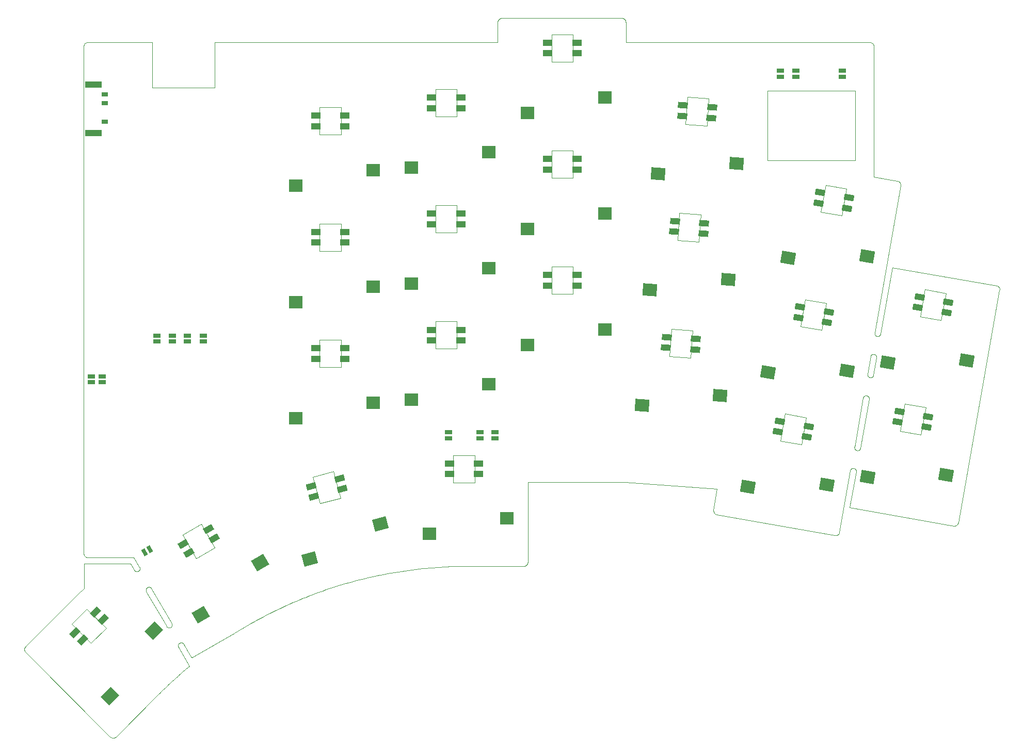
<source format=gbp>
%TF.GenerationSoftware,KiCad,Pcbnew,(6.0.4)*%
%TF.CreationDate,2022-06-21T22:08:17+02:00*%
%TF.ProjectId,klor1_3,6b6c6f72-315f-4332-9e6b-696361645f70,v1.3.0*%
%TF.SameCoordinates,Original*%
%TF.FileFunction,Paste,Bot*%
%TF.FilePolarity,Positive*%
%FSLAX46Y46*%
G04 Gerber Fmt 4.6, Leading zero omitted, Abs format (unit mm)*
G04 Created by KiCad (PCBNEW (6.0.4)) date 2022-06-21 22:08:17*
%MOMM*%
%LPD*%
G01*
G04 APERTURE LIST*
G04 Aperture macros list*
%AMRotRect*
0 Rectangle, with rotation*
0 The origin of the aperture is its center*
0 $1 length*
0 $2 width*
0 $3 Rotation angle, in degrees counterclockwise*
0 Add horizontal line*
21,1,$1,$2,0,0,$3*%
G04 Aperture macros list end*
%TA.AperFunction,Profile*%
%ADD10C,0.010000*%
%TD*%
%ADD11C,0.010000*%
%TA.AperFunction,Profile*%
%ADD12C,0.100000*%
%TD*%
%TA.AperFunction,Profile*%
%ADD13C,0.120000*%
%TD*%
%ADD14RotRect,1.600000X1.000000X225.000000*%
%ADD15RotRect,2.300000X2.000000X45.000000*%
%ADD16R,1.600000X1.000000*%
%ADD17R,2.300000X2.000000*%
%ADD18RotRect,1.600000X1.000000X176.000000*%
%ADD19RotRect,2.300000X2.000000X356.000000*%
%ADD20RotRect,1.600000X1.000000X195.000000*%
%ADD21RotRect,2.300000X2.000000X15.000000*%
%ADD22RotRect,1.600000X1.000000X170.000000*%
%ADD23RotRect,2.300000X2.000000X350.000000*%
%ADD24RotRect,1.600000X1.000000X210.000000*%
%ADD25RotRect,2.300000X2.000000X30.000000*%
%ADD26R,1.000000X0.700000*%
%ADD27R,2.800000X1.000000*%
%ADD28R,1.143000X0.635000*%
%ADD29RotRect,0.635000X1.143000X210.000000*%
G04 APERTURE END LIST*
D10*
X94205130Y-149048326D02*
X90890813Y-143336419D01*
X213273752Y-90131044D02*
X211334523Y-101025982D01*
D11*
X95051339Y-148554706D02*
X95063942Y-148574840D01*
X95075312Y-148595542D01*
X95085456Y-148616761D01*
X95094379Y-148638445D01*
X95102089Y-148660542D01*
X95108591Y-148683001D01*
X95113893Y-148705769D01*
X95118000Y-148728796D01*
X95120920Y-148752029D01*
X95122657Y-148775417D01*
X95123220Y-148798909D01*
X95122614Y-148822452D01*
X95120847Y-148845995D01*
X95117923Y-148869486D01*
X95113850Y-148892874D01*
X95108635Y-148916108D01*
X95102283Y-148939134D01*
X95094802Y-148961902D01*
X95086197Y-148984361D01*
X95076475Y-149006458D01*
X95065643Y-149028141D01*
X95053707Y-149049360D01*
X95040673Y-149070063D01*
X95026549Y-149090197D01*
X95011339Y-149109711D01*
X94995052Y-149128554D01*
X94977692Y-149146674D01*
X94959268Y-149164019D01*
X94939785Y-149180538D01*
X94919249Y-149196179D01*
X94897667Y-149210890D01*
X94875047Y-149224620D01*
D10*
X210241503Y-75251875D02*
X210241503Y-53885104D01*
X91842797Y-60619514D02*
X91842797Y-53144670D01*
D11*
X152769828Y-139175891D02*
X152805974Y-139174968D01*
X152841662Y-139172232D01*
X152876846Y-139167727D01*
X152911482Y-139161498D01*
X152945523Y-139153590D01*
X152978926Y-139144049D01*
X153011644Y-139132920D01*
X153043632Y-139120248D01*
X153074846Y-139106078D01*
X153105240Y-139090455D01*
X153134769Y-139073425D01*
X153163388Y-139055033D01*
X153191051Y-139035324D01*
X153217713Y-139014343D01*
X153243330Y-138992135D01*
X153267855Y-138968746D01*
X153291244Y-138944220D01*
X153313452Y-138918604D01*
X153334433Y-138891941D01*
X153354142Y-138864278D01*
X153372534Y-138835660D01*
X153389564Y-138806131D01*
X153405187Y-138775737D01*
X153419357Y-138744523D01*
X153432029Y-138712534D01*
X153443158Y-138679816D01*
X153452699Y-138646414D01*
X153460607Y-138612372D01*
X153466836Y-138577736D01*
X153471341Y-138542552D01*
X153474077Y-138506864D01*
X153475000Y-138470718D01*
X230832582Y-93903724D02*
X230844676Y-93867575D01*
X230854550Y-93831872D01*
X230862254Y-93796647D01*
X230867841Y-93761932D01*
X230871361Y-93727759D01*
X230872868Y-93694161D01*
X230872412Y-93661169D01*
X230870045Y-93628817D01*
X230865818Y-93597136D01*
X230859784Y-93566159D01*
X230851994Y-93535918D01*
X230842499Y-93506445D01*
X230831351Y-93477772D01*
X230818603Y-93449933D01*
X230804305Y-93422958D01*
X230788509Y-93396881D01*
X230771267Y-93371734D01*
X230752631Y-93347548D01*
X230732651Y-93324357D01*
X230711381Y-93302192D01*
X230688871Y-93281086D01*
X230665173Y-93261071D01*
X230640338Y-93242179D01*
X230614419Y-93224443D01*
X230587467Y-93207895D01*
X230559534Y-93192567D01*
X230530671Y-93178492D01*
X230500930Y-93165701D01*
X230470363Y-93154228D01*
X230439021Y-93144103D01*
X230406956Y-93135360D01*
X230374220Y-93128032D01*
D10*
X148538783Y-53144670D02*
X102103080Y-53144670D01*
D11*
X105170585Y-150282382D02*
X105240102Y-150236208D01*
X105309820Y-150190240D01*
X105379732Y-150144480D01*
X105449831Y-150098926D01*
X105520111Y-150053578D01*
X105590565Y-150008437D01*
X105661187Y-149963503D01*
X105731970Y-149918775D01*
X105802908Y-149874254D01*
X105873995Y-149829940D01*
X105945223Y-149785832D01*
X106016588Y-149741931D01*
X106088081Y-149698236D01*
X106159697Y-149654748D01*
X106231429Y-149611466D01*
X106303271Y-149568392D01*
X106375217Y-149525523D01*
X106447259Y-149482862D01*
X106519391Y-149440406D01*
X106591608Y-149398158D01*
X106663901Y-149356116D01*
X106736266Y-149314281D01*
X106808696Y-149272652D01*
X106881183Y-149231230D01*
X106953722Y-149190015D01*
X107026307Y-149149006D01*
X107098930Y-149108204D01*
X107171585Y-149067608D01*
X107244266Y-149027219D01*
X107316966Y-148987037D01*
X107389680Y-148947061D01*
X107462400Y-148907292D01*
D10*
X214084700Y-75921789D02*
X210241503Y-75251875D01*
D11*
X206927186Y-123097926D02*
X206953315Y-123101945D01*
X206978800Y-123107360D01*
X207003612Y-123114117D01*
X207027728Y-123122166D01*
X207051120Y-123131454D01*
X207073764Y-123141930D01*
X207095633Y-123153542D01*
X207116701Y-123166239D01*
X207136943Y-123179969D01*
X207156333Y-123194680D01*
X207174844Y-123210321D01*
X207192452Y-123226840D01*
X207209130Y-123244185D01*
X207224853Y-123262305D01*
X207239594Y-123281148D01*
X207253328Y-123300663D01*
X207266029Y-123320797D01*
X207277672Y-123341499D01*
X207288229Y-123362718D01*
X207297677Y-123384402D01*
X207305988Y-123406499D01*
X207313137Y-123428958D01*
X207319098Y-123451726D01*
X207323845Y-123474753D01*
X207327353Y-123497986D01*
X207329595Y-123521374D01*
X207330547Y-123544865D01*
X207330181Y-123568409D01*
X207328472Y-123591952D01*
X207325395Y-123615443D01*
X207320923Y-123638831D01*
X207315031Y-123662065D01*
X81370965Y-53144670D02*
X81331615Y-53145592D01*
X81292924Y-53148328D01*
X81254930Y-53152833D01*
X81217672Y-53159062D01*
X81181189Y-53166970D01*
X81145520Y-53176511D01*
X81110702Y-53187640D01*
X81076776Y-53200313D01*
X81043779Y-53214483D01*
X81011750Y-53230105D01*
X80980729Y-53247135D01*
X80950754Y-53265528D01*
X80921863Y-53285237D01*
X80894095Y-53306218D01*
X80867490Y-53328426D01*
X80842085Y-53351816D01*
X80817920Y-53376341D01*
X80795034Y-53401958D01*
X80773464Y-53428620D01*
X80753250Y-53456283D01*
X80734431Y-53484902D01*
X80717045Y-53514431D01*
X80701130Y-53544825D01*
X80686727Y-53576039D01*
X80673873Y-53608028D01*
X80662607Y-53640746D01*
X80652968Y-53674149D01*
X80644995Y-53708190D01*
X80638726Y-53742826D01*
X80634201Y-53778010D01*
X80631457Y-53813698D01*
X80630534Y-53849845D01*
D10*
X91842797Y-53144670D02*
X82287690Y-53144670D01*
D11*
X92794784Y-160295850D02*
X92950349Y-160140699D01*
X93106327Y-159985968D01*
X93262718Y-159831663D01*
X93419523Y-159677790D01*
X93576741Y-159524357D01*
X93734372Y-159371369D01*
X93892416Y-159218832D01*
X94050874Y-159066755D01*
X94209744Y-158915142D01*
X94369028Y-158764000D01*
X94528725Y-158613336D01*
X94688835Y-158463156D01*
X94849359Y-158313467D01*
X95010295Y-158164275D01*
X95171645Y-158015587D01*
X95333408Y-157867408D01*
X95495585Y-157719746D01*
X95658174Y-157572607D01*
X95821177Y-157425998D01*
X95984593Y-157279924D01*
X96148422Y-157134393D01*
X96312664Y-156989410D01*
X96477319Y-156844982D01*
X96642388Y-156701117D01*
X96807870Y-156557819D01*
X96973765Y-156415096D01*
X97140073Y-156272954D01*
X97306795Y-156131399D01*
X97473929Y-155990439D01*
X97641477Y-155850079D01*
X97809438Y-155710325D01*
X97977813Y-155571186D01*
X84967353Y-167171297D02*
X84994201Y-167196914D01*
X85021824Y-167220879D01*
X85050171Y-167243191D01*
X85079189Y-167263851D01*
X85108826Y-167282857D01*
X85139032Y-167300211D01*
X85169754Y-167315912D01*
X85200941Y-167329961D01*
X85232542Y-167342357D01*
X85264503Y-167353099D01*
X85296775Y-167362190D01*
X85329305Y-167369627D01*
X85362041Y-167375412D01*
X85394933Y-167379543D01*
X85427928Y-167382023D01*
X85460974Y-167382849D01*
X85494020Y-167382023D01*
X85527015Y-167379543D01*
X85559907Y-167375412D01*
X85592643Y-167369627D01*
X85625173Y-167362190D01*
X85657445Y-167353099D01*
X85689406Y-167342357D01*
X85721007Y-167329961D01*
X85752194Y-167315912D01*
X85782916Y-167300211D01*
X85813122Y-167282857D01*
X85842759Y-167263851D01*
X85871777Y-167243191D01*
X85900124Y-167220879D01*
X85927747Y-167196914D01*
X85954596Y-167171297D01*
D10*
X98400916Y-154196096D02*
X105170585Y-150282382D01*
D11*
X96179617Y-152468420D02*
X96167013Y-152445183D01*
X96155643Y-152421772D01*
X96145500Y-152398219D01*
X96136577Y-152374557D01*
X96128867Y-152350817D01*
X96122365Y-152327031D01*
X96117063Y-152303233D01*
X96112956Y-152279454D01*
X96110037Y-152255727D01*
X96108299Y-152232084D01*
X96107737Y-152208557D01*
X96108343Y-152185179D01*
X96110110Y-152161981D01*
X96113034Y-152138996D01*
X96117107Y-152116257D01*
X96122322Y-152093795D01*
X96128674Y-152071643D01*
X96136155Y-152049834D01*
X96144760Y-152028399D01*
X96154482Y-152007370D01*
X96165314Y-151986781D01*
X96177250Y-151966663D01*
X96190284Y-151947048D01*
X96204409Y-151927970D01*
X96219618Y-151909459D01*
X96235906Y-151891549D01*
X96253265Y-151874271D01*
X96271690Y-151857659D01*
X96291173Y-151841744D01*
X96311709Y-151826558D01*
X96333290Y-151812134D01*
X96355912Y-151798505D01*
D10*
X209219002Y-107619357D02*
X209712622Y-104763404D01*
X169447190Y-125425000D02*
X184537912Y-126482762D01*
D11*
X214613581Y-76697481D02*
X214619168Y-76664434D01*
X214622748Y-76631439D01*
X214624378Y-76598548D01*
X214624117Y-76565812D01*
X214622022Y-76533282D01*
X214618151Y-76501010D01*
X214612563Y-76469048D01*
X214605316Y-76437448D01*
X214596468Y-76406261D01*
X214586077Y-76375538D01*
X214574201Y-76345333D01*
X214560899Y-76315695D01*
X214546227Y-76286677D01*
X214530245Y-76258331D01*
X214513011Y-76230707D01*
X214494582Y-76203859D01*
X214475017Y-76177836D01*
X214454373Y-76152692D01*
X214432710Y-76128477D01*
X214410085Y-76105244D01*
X214386556Y-76083044D01*
X214362181Y-76061928D01*
X214337018Y-76041949D01*
X214311126Y-76023157D01*
X214284563Y-76005605D01*
X214257386Y-75989345D01*
X214229654Y-75974427D01*
X214201425Y-75960904D01*
X214172757Y-75948826D01*
X214143708Y-75938247D01*
X214114336Y-75929217D01*
X214084700Y-75921789D01*
D10*
X210664609Y-104939696D02*
X210170986Y-107795651D01*
X88316928Y-138752788D02*
X80665792Y-138752788D01*
X97977813Y-155571186D02*
X96179617Y-152468420D01*
D11*
X97025826Y-151974800D02*
X97037756Y-151995476D01*
X97052147Y-152020412D01*
X97071689Y-152054269D01*
X97096035Y-152096442D01*
X97124836Y-152146324D01*
X97157742Y-152203307D01*
X97194406Y-152266785D01*
X97234479Y-152336151D01*
X97277612Y-152410798D01*
X97323457Y-152490120D01*
X97371664Y-152573508D01*
X97421886Y-152660357D01*
X97473773Y-152750060D01*
X97526978Y-152842009D01*
X97581151Y-152935598D01*
X97635943Y-153030220D01*
X97691007Y-153125269D01*
X97745993Y-153220136D01*
X97800554Y-153314216D01*
X97854339Y-153406901D01*
X97907001Y-153497585D01*
X97958192Y-153585661D01*
X98007561Y-153670521D01*
X98054761Y-153751560D01*
X98099444Y-153828170D01*
X98141260Y-153899744D01*
X98179861Y-153965675D01*
X98214898Y-154025357D01*
X98246023Y-154078183D01*
X98272886Y-154123545D01*
X98295141Y-154160838D01*
X208478568Y-111568332D02*
X208482587Y-111542202D01*
X208488002Y-111516717D01*
X208494759Y-111491905D01*
X208502808Y-111467789D01*
X208512096Y-111444397D01*
X208522572Y-111421753D01*
X208534184Y-111399884D01*
X208546881Y-111378816D01*
X208560611Y-111358574D01*
X208575322Y-111339184D01*
X208590963Y-111320673D01*
X208607482Y-111303065D01*
X208624827Y-111286387D01*
X208642947Y-111270664D01*
X208661790Y-111255923D01*
X208681305Y-111242189D01*
X208701439Y-111229488D01*
X208722142Y-111217845D01*
X208743361Y-111207288D01*
X208765044Y-111197840D01*
X208787141Y-111189529D01*
X208809600Y-111182380D01*
X208832368Y-111176419D01*
X208855395Y-111171672D01*
X208878628Y-111168164D01*
X208902016Y-111165922D01*
X208925507Y-111164970D01*
X208949051Y-111165336D01*
X208972594Y-111167045D01*
X208996085Y-111170122D01*
X209019473Y-111174594D01*
X209042707Y-111180487D01*
D10*
X209501072Y-53144670D02*
X208549085Y-53144670D01*
D11*
X210770384Y-101413827D02*
X210744254Y-101409807D01*
X210718769Y-101404392D01*
X210693957Y-101397635D01*
X210669841Y-101389586D01*
X210646448Y-101380298D01*
X210623805Y-101369822D01*
X210601936Y-101358210D01*
X210580868Y-101345513D01*
X210560626Y-101331783D01*
X210541236Y-101317072D01*
X210522724Y-101301431D01*
X210505116Y-101284912D01*
X210488438Y-101267567D01*
X210472716Y-101249447D01*
X210457974Y-101230604D01*
X210444240Y-101211089D01*
X210431539Y-101190955D01*
X210419896Y-101170253D01*
X210409339Y-101149034D01*
X210399891Y-101127350D01*
X210391580Y-101105253D01*
X210384431Y-101082794D01*
X210378470Y-101060026D01*
X210373723Y-101036999D01*
X210370215Y-101013766D01*
X210367973Y-100990378D01*
X210367022Y-100966887D01*
X210367388Y-100943343D01*
X210369097Y-100919800D01*
X210372174Y-100896309D01*
X210376646Y-100872921D01*
X210382539Y-100849688D01*
X80630534Y-137060370D02*
X80631456Y-137096516D01*
X80634192Y-137132204D01*
X80638697Y-137167388D01*
X80644926Y-137202024D01*
X80652834Y-137236065D01*
X80662375Y-137269468D01*
X80673504Y-137302186D01*
X80686176Y-137334175D01*
X80700346Y-137365389D01*
X80715969Y-137395783D01*
X80732999Y-137425312D01*
X80751391Y-137453931D01*
X80771100Y-137481594D01*
X80792081Y-137508256D01*
X80814289Y-137533873D01*
X80837678Y-137558399D01*
X80862203Y-137581788D01*
X80887820Y-137603996D01*
X80914482Y-137624977D01*
X80942145Y-137644686D01*
X80970764Y-137663079D01*
X81000293Y-137680109D01*
X81030687Y-137695731D01*
X81061901Y-137709901D01*
X81093889Y-137722574D01*
X81126607Y-137733703D01*
X81160010Y-137743244D01*
X81194051Y-137751152D01*
X81228687Y-137757381D01*
X81263871Y-137761886D01*
X81299559Y-137764622D01*
X81335706Y-137765545D01*
D10*
X80630534Y-53849845D02*
X80630534Y-137060370D01*
D11*
X90890813Y-143336419D02*
X90878209Y-143313182D01*
X90866839Y-143289771D01*
X90856696Y-143266218D01*
X90847773Y-143242556D01*
X90840063Y-143218816D01*
X90833561Y-143195030D01*
X90828260Y-143171232D01*
X90824153Y-143147453D01*
X90821233Y-143123726D01*
X90819496Y-143100083D01*
X90818933Y-143076556D01*
X90819539Y-143053177D01*
X90821307Y-143029980D01*
X90824230Y-143006995D01*
X90828303Y-142984256D01*
X90833519Y-142961794D01*
X90839870Y-142939642D01*
X90847352Y-142917832D01*
X90855957Y-142896397D01*
X90865678Y-142875369D01*
X90876511Y-142854779D01*
X90888447Y-142834661D01*
X90901480Y-142815046D01*
X90915605Y-142795968D01*
X90930815Y-142777457D01*
X90947102Y-142759547D01*
X90964461Y-142742269D01*
X90982886Y-142725657D01*
X91002369Y-142709741D01*
X91022905Y-142694555D01*
X91044487Y-142680131D01*
X91067108Y-142666502D01*
D10*
X77986130Y-145451940D02*
X71110685Y-152327386D01*
X148538783Y-49865612D02*
X148538783Y-53144670D01*
D11*
X183938514Y-129973373D02*
X183936028Y-130006318D01*
X183935156Y-130039018D01*
X183935860Y-130071433D01*
X183938101Y-130103526D01*
X183941839Y-130135258D01*
X183947036Y-130166589D01*
X183953653Y-130197481D01*
X183961652Y-130227896D01*
X183970994Y-130257794D01*
X183981640Y-130287136D01*
X183993552Y-130315885D01*
X184006690Y-130344001D01*
X184021016Y-130371446D01*
X184036491Y-130398180D01*
X184053077Y-130424166D01*
X184070734Y-130449364D01*
X184089425Y-130473735D01*
X184109109Y-130497242D01*
X184129749Y-130519845D01*
X184151306Y-130541505D01*
X184173741Y-130562183D01*
X184197015Y-130581842D01*
X184221089Y-130600442D01*
X184245926Y-130617944D01*
X184271485Y-130634310D01*
X184297729Y-130649501D01*
X184324619Y-130663479D01*
X184352115Y-130676204D01*
X184380180Y-130687637D01*
X184408774Y-130697741D01*
X184437858Y-130706476D01*
X184467395Y-130713804D01*
D10*
X169552968Y-53144670D02*
X169552968Y-49865612D01*
D12*
X192800000Y-61150000D02*
X207200000Y-61150000D01*
X207200000Y-61150000D02*
X207200000Y-72550000D01*
X207200000Y-72550000D02*
X192800000Y-72550000D01*
X192800000Y-72550000D02*
X192800000Y-61150000D01*
D11*
X209042707Y-111180487D02*
X209068836Y-111184506D01*
X209094321Y-111189921D01*
X209119133Y-111196678D01*
X209143249Y-111204727D01*
X209166642Y-111214015D01*
X209189285Y-111224491D01*
X209211154Y-111236103D01*
X209232222Y-111248800D01*
X209252464Y-111262530D01*
X209271854Y-111277241D01*
X209290366Y-111292882D01*
X209307974Y-111309401D01*
X209324652Y-111326746D01*
X209340375Y-111344866D01*
X209355116Y-111363709D01*
X209368850Y-111383224D01*
X209381551Y-111403358D01*
X209393194Y-111424060D01*
X209403752Y-111445279D01*
X209413199Y-111466963D01*
X209421510Y-111489060D01*
X209428659Y-111511519D01*
X209434620Y-111534287D01*
X209439367Y-111557314D01*
X209442875Y-111580547D01*
X209445117Y-111603935D01*
X209446069Y-111627426D01*
X209445703Y-111650970D01*
X209443994Y-111674513D01*
X209440916Y-111698004D01*
X209436444Y-111721392D01*
X209430552Y-111744626D01*
D10*
X207068220Y-119607315D02*
X208478568Y-111568332D01*
X85954596Y-167171297D02*
X92794784Y-160295850D01*
D11*
X210241503Y-53885104D02*
X210240579Y-53845854D01*
X210237835Y-53807450D01*
X210233310Y-53769912D01*
X210227041Y-53733257D01*
X210219068Y-53697507D01*
X210209429Y-53662680D01*
X210198163Y-53628795D01*
X210185309Y-53595873D01*
X210170906Y-53563931D01*
X210154991Y-53532991D01*
X210137605Y-53503070D01*
X210118786Y-53474189D01*
X210098572Y-53446367D01*
X210077002Y-53419622D01*
X210054116Y-53393976D01*
X210029951Y-53369446D01*
X210004546Y-53346052D01*
X209977941Y-53323814D01*
X209950173Y-53302751D01*
X209921282Y-53282883D01*
X209891307Y-53264228D01*
X209860286Y-53246806D01*
X209828257Y-53230637D01*
X209795260Y-53215739D01*
X209761334Y-53202133D01*
X209726516Y-53189837D01*
X209690847Y-53178871D01*
X209654364Y-53169255D01*
X209617106Y-53161007D01*
X209579112Y-53154147D01*
X209540421Y-53148695D01*
X209501072Y-53144670D01*
D10*
X204600113Y-133605017D02*
X206363047Y-123485771D01*
D11*
X210170986Y-107795651D02*
X210166966Y-107821780D01*
X210161551Y-107847265D01*
X210154794Y-107872077D01*
X210146745Y-107896193D01*
X210137457Y-107919586D01*
X210126981Y-107942229D01*
X210115369Y-107964098D01*
X210102672Y-107985166D01*
X210088942Y-108005408D01*
X210074231Y-108024798D01*
X210058590Y-108043310D01*
X210042071Y-108060918D01*
X210024726Y-108077596D01*
X210006606Y-108093318D01*
X209987763Y-108108060D01*
X209968248Y-108121794D01*
X209948114Y-108134495D01*
X209927412Y-108146138D01*
X209906193Y-108156695D01*
X209884509Y-108166143D01*
X209862412Y-108174454D01*
X209839953Y-108181603D01*
X209817185Y-108187564D01*
X209794158Y-108192311D01*
X209770925Y-108195819D01*
X209747537Y-108198061D01*
X209724046Y-108199012D01*
X209700502Y-108198646D01*
X209676959Y-108196937D01*
X209653468Y-108193860D01*
X209630080Y-108189388D01*
X209606847Y-108183496D01*
X94875047Y-149224620D02*
X94851810Y-149237223D01*
X94828399Y-149248593D01*
X94804846Y-149258737D01*
X94781184Y-149267660D01*
X94757444Y-149275370D01*
X94733659Y-149281872D01*
X94709861Y-149287174D01*
X94686082Y-149291281D01*
X94662355Y-149294200D01*
X94638711Y-149295938D01*
X94615184Y-149296501D01*
X94591806Y-149295895D01*
X94568608Y-149294127D01*
X94545624Y-149291203D01*
X94522884Y-149287131D01*
X94500422Y-149281915D01*
X94478271Y-149275563D01*
X94456461Y-149268082D01*
X94435026Y-149259477D01*
X94413997Y-149249755D01*
X94393407Y-149238923D01*
X94373289Y-149226987D01*
X94353675Y-149213953D01*
X94334596Y-149199828D01*
X94316085Y-149184619D01*
X94298175Y-149168331D01*
X94280897Y-149150972D01*
X94264285Y-149132547D01*
X94248369Y-149113064D01*
X94233183Y-149092528D01*
X94218759Y-149070946D01*
X94205130Y-149048326D01*
D10*
X102103080Y-53144670D02*
X102103080Y-60619514D01*
X153475000Y-125425000D02*
X169447190Y-125425000D01*
X142967909Y-139175891D02*
X152769828Y-139175891D01*
D11*
X209712622Y-104763404D02*
X209716641Y-104737274D01*
X209722056Y-104711790D01*
X209728813Y-104686977D01*
X209736862Y-104662861D01*
X209746150Y-104639469D01*
X209756626Y-104616825D01*
X209768238Y-104594956D01*
X209780935Y-104573888D01*
X209794665Y-104553646D01*
X209809376Y-104534256D01*
X209825017Y-104515745D01*
X209841536Y-104498137D01*
X209858881Y-104481459D01*
X209877001Y-104465736D01*
X209895844Y-104450995D01*
X209915359Y-104437260D01*
X209935493Y-104424559D01*
X209956195Y-104412916D01*
X209977414Y-104402359D01*
X209999098Y-104392911D01*
X210021195Y-104384600D01*
X210043654Y-104377451D01*
X210066422Y-104371490D01*
X210089449Y-104366742D01*
X210112682Y-104363234D01*
X210136070Y-104360992D01*
X210159561Y-104360041D01*
X210183105Y-104360406D01*
X210206648Y-104362115D01*
X210230139Y-104365192D01*
X210253527Y-104369664D01*
X210276761Y-104375557D01*
D10*
X224098171Y-131983119D02*
X230832582Y-93903724D01*
D11*
X96355912Y-151798505D02*
X96379148Y-151785901D01*
X96402559Y-151774531D01*
X96426112Y-151764388D01*
X96449774Y-151755465D01*
X96473514Y-151747755D01*
X96497299Y-151741253D01*
X96521097Y-151735952D01*
X96544876Y-151731845D01*
X96568603Y-151728925D01*
X96592246Y-151727188D01*
X96615773Y-151726625D01*
X96639152Y-151727231D01*
X96662350Y-151728999D01*
X96685334Y-151731922D01*
X96708074Y-151735995D01*
X96730535Y-151741211D01*
X96752687Y-151747562D01*
X96774497Y-151755044D01*
X96795932Y-151763649D01*
X96816960Y-151773370D01*
X96837550Y-151784203D01*
X96857668Y-151796139D01*
X96877282Y-151809172D01*
X96896361Y-151823297D01*
X96914871Y-151838507D01*
X96932782Y-151854794D01*
X96950059Y-151872153D01*
X96966671Y-151890578D01*
X96982586Y-151910061D01*
X96997772Y-151930597D01*
X97012196Y-151952179D01*
X97025826Y-151974800D01*
D10*
X214014183Y-80117575D02*
X214613581Y-76697481D01*
X184467395Y-130713804D02*
X203824420Y-134133898D01*
D11*
X203824420Y-134133898D02*
X203857466Y-134139585D01*
X203890461Y-134143452D01*
X203923352Y-134145538D01*
X203956089Y-134145880D01*
X203988619Y-134144518D01*
X204020890Y-134141490D01*
X204052852Y-134136835D01*
X204084452Y-134130592D01*
X204115639Y-134122799D01*
X204146362Y-134113496D01*
X204176567Y-134102721D01*
X204206205Y-134090512D01*
X204235223Y-134076909D01*
X204263569Y-134061951D01*
X204291193Y-134045675D01*
X204318041Y-134028121D01*
X204344063Y-134009327D01*
X204369208Y-133989333D01*
X204393422Y-133968176D01*
X204416655Y-133945897D01*
X204438856Y-133922532D01*
X204459971Y-133898122D01*
X204479951Y-133872704D01*
X204498742Y-133846318D01*
X204516294Y-133819003D01*
X204532555Y-133790796D01*
X204547473Y-133761737D01*
X204560997Y-133731865D01*
X204573074Y-133701218D01*
X204583653Y-133669835D01*
X204592683Y-133637755D01*
X204600113Y-133605017D01*
X149208697Y-49195697D02*
X149175753Y-49196618D01*
X149143069Y-49199346D01*
X149110694Y-49203831D01*
X149078680Y-49210020D01*
X149047080Y-49217862D01*
X149015945Y-49227305D01*
X148985326Y-49238298D01*
X148955275Y-49250788D01*
X148925844Y-49264725D01*
X148897085Y-49280056D01*
X148869048Y-49296729D01*
X148841787Y-49314695D01*
X148815351Y-49333899D01*
X148789794Y-49354292D01*
X148765166Y-49375820D01*
X148741520Y-49398434D01*
X148718906Y-49422080D01*
X148697378Y-49446708D01*
X148676985Y-49472265D01*
X148657780Y-49498701D01*
X148639815Y-49525963D01*
X148623142Y-49553999D01*
X148607811Y-49582759D01*
X148593874Y-49612190D01*
X148581384Y-49642240D01*
X148570391Y-49672859D01*
X148560948Y-49703995D01*
X148553106Y-49735595D01*
X148546917Y-49767609D01*
X148542432Y-49799983D01*
X148539704Y-49832668D01*
X148538783Y-49865612D01*
D10*
X230374220Y-93128032D02*
X213273752Y-90131044D01*
D11*
X71110685Y-152327386D02*
X71085067Y-152354234D01*
X71061102Y-152381857D01*
X71038790Y-152410204D01*
X71018130Y-152439222D01*
X70999124Y-152468859D01*
X70981770Y-152499065D01*
X70966069Y-152529787D01*
X70952020Y-152560974D01*
X70939624Y-152592575D01*
X70928882Y-152624536D01*
X70919791Y-152656808D01*
X70912354Y-152689338D01*
X70906569Y-152722074D01*
X70902438Y-152754966D01*
X70899958Y-152787961D01*
X70899132Y-152821007D01*
X70899958Y-152854053D01*
X70902438Y-152887048D01*
X70906569Y-152919940D01*
X70912354Y-152952676D01*
X70919791Y-152985206D01*
X70928882Y-153017478D01*
X70939624Y-153049439D01*
X70952020Y-153081040D01*
X70966069Y-153112227D01*
X70981770Y-153142949D01*
X70999124Y-153173155D01*
X71018130Y-153202792D01*
X71038790Y-153231810D01*
X71061102Y-153260157D01*
X71085067Y-153287780D01*
X71110685Y-153314629D01*
X89586243Y-139986841D02*
X89563006Y-139999444D01*
X89539595Y-140010814D01*
X89516042Y-140020958D01*
X89492380Y-140029881D01*
X89468640Y-140037591D01*
X89444855Y-140044093D01*
X89421057Y-140049395D01*
X89397278Y-140053502D01*
X89373551Y-140056421D01*
X89349907Y-140058159D01*
X89326380Y-140058722D01*
X89303002Y-140058116D01*
X89279804Y-140056348D01*
X89256820Y-140053425D01*
X89234080Y-140049352D01*
X89211618Y-140044136D01*
X89189467Y-140037785D01*
X89167657Y-140030303D01*
X89146222Y-140021698D01*
X89125193Y-140011977D01*
X89104603Y-140001144D01*
X89084485Y-139989208D01*
X89064871Y-139976175D01*
X89045792Y-139962050D01*
X89027281Y-139946841D01*
X89009371Y-139930553D01*
X88992093Y-139913194D01*
X88975481Y-139894769D01*
X88959565Y-139875286D01*
X88944379Y-139854751D01*
X88929955Y-139833169D01*
X88916326Y-139810549D01*
D10*
X88845809Y-137765545D02*
X89762535Y-139316927D01*
X88916326Y-139810549D02*
X88316928Y-138752788D01*
D11*
X107462400Y-148907292D02*
X107982580Y-148608666D01*
X108505105Y-148314419D01*
X109029837Y-148024587D01*
X109556642Y-147739210D01*
X110085384Y-147458326D01*
X110615927Y-147181974D01*
X111148136Y-146910193D01*
X111681874Y-146643022D01*
X112217007Y-146380499D01*
X112753400Y-146122664D01*
X113290915Y-145869554D01*
X113829418Y-145621208D01*
X114368774Y-145377666D01*
X114908846Y-145138966D01*
X115449499Y-144905147D01*
X115990597Y-144676248D01*
X116532006Y-144452306D01*
X117073589Y-144233362D01*
X117615210Y-144019453D01*
X118156735Y-143810619D01*
X118698027Y-143606898D01*
X119238951Y-143408329D01*
X119779372Y-143214950D01*
X120319153Y-143026801D01*
X120858160Y-142843920D01*
X121396257Y-142666346D01*
X121933307Y-142494118D01*
X122469176Y-142327274D01*
X123003728Y-142165853D01*
X123536828Y-142009894D01*
X124068339Y-141859436D01*
X124598127Y-141714517D01*
X206363047Y-123485771D02*
X206367066Y-123459641D01*
X206372481Y-123434156D01*
X206379238Y-123409344D01*
X206387287Y-123385228D01*
X206396575Y-123361836D01*
X206407051Y-123339192D01*
X206418663Y-123317323D01*
X206431360Y-123296255D01*
X206445090Y-123276013D01*
X206459801Y-123256623D01*
X206475442Y-123238112D01*
X206491961Y-123220504D01*
X206509306Y-123203826D01*
X206527426Y-123188103D01*
X206546269Y-123173362D01*
X206565784Y-123159628D01*
X206585918Y-123146927D01*
X206606621Y-123135284D01*
X206627840Y-123124727D01*
X206649523Y-123115279D01*
X206671620Y-123106968D01*
X206694079Y-123099819D01*
X206716847Y-123093858D01*
X206739874Y-123089111D01*
X206763107Y-123085603D01*
X206786495Y-123083361D01*
X206809986Y-123082409D01*
X206833530Y-123082775D01*
X206857073Y-123084484D01*
X206880564Y-123087561D01*
X206903952Y-123092033D01*
X206927186Y-123097926D01*
X124598127Y-141714517D02*
X125176986Y-141561534D01*
X125756568Y-141413303D01*
X126336770Y-141269823D01*
X126917488Y-141131095D01*
X127498620Y-140997119D01*
X128080061Y-140867895D01*
X128661709Y-140743422D01*
X129243461Y-140623701D01*
X129825212Y-140508731D01*
X130406860Y-140398514D01*
X130988301Y-140293047D01*
X131569433Y-140192333D01*
X132150151Y-140096370D01*
X132730353Y-140005159D01*
X133309935Y-139918700D01*
X133888794Y-139836992D01*
X134466826Y-139760036D01*
X135043929Y-139687831D01*
X135619999Y-139620378D01*
X136194933Y-139557677D01*
X136768627Y-139499727D01*
X137340978Y-139446529D01*
X137911883Y-139398083D01*
X138481239Y-139354389D01*
X139048942Y-139315446D01*
X139614889Y-139281254D01*
X140178976Y-139251815D01*
X140741101Y-139227126D01*
X141301160Y-139207190D01*
X141859050Y-139192005D01*
X142414667Y-139181572D01*
X142967909Y-139175891D01*
D10*
X209430552Y-111744626D02*
X208020204Y-119783607D01*
X80665792Y-138752788D02*
X80665792Y-142807538D01*
D11*
X209606847Y-108183496D02*
X209580717Y-108179476D01*
X209555232Y-108174061D01*
X209530420Y-108167304D01*
X209506304Y-108159255D01*
X209482911Y-108149967D01*
X209460268Y-108139491D01*
X209438399Y-108127879D01*
X209417331Y-108115182D01*
X209397089Y-108101452D01*
X209377699Y-108086741D01*
X209359187Y-108071100D01*
X209341579Y-108054581D01*
X209324901Y-108037236D01*
X209309179Y-108019116D01*
X209294437Y-108000273D01*
X209280703Y-107980758D01*
X209268002Y-107960624D01*
X209256359Y-107939922D01*
X209245802Y-107918703D01*
X209236354Y-107897019D01*
X209228043Y-107874922D01*
X209220894Y-107852463D01*
X209214933Y-107829695D01*
X209210186Y-107806668D01*
X209206678Y-107783435D01*
X209204436Y-107760047D01*
X209203485Y-107736556D01*
X209203851Y-107713012D01*
X209205560Y-107689469D01*
X209208637Y-107665978D01*
X209213109Y-107642590D01*
X209219002Y-107619357D01*
D10*
X82287690Y-53144670D02*
X81370965Y-53144670D01*
X71110685Y-153314629D02*
X84967353Y-167171297D01*
X210382539Y-100849688D02*
X214014183Y-80117575D01*
D11*
X91067108Y-142666502D02*
X91090344Y-142653898D01*
X91113755Y-142642528D01*
X91137307Y-142632385D01*
X91160970Y-142623461D01*
X91184710Y-142615752D01*
X91208495Y-142609249D01*
X91232293Y-142603948D01*
X91256072Y-142599841D01*
X91279799Y-142596922D01*
X91303442Y-142595184D01*
X91326969Y-142594621D01*
X91350347Y-142595227D01*
X91373545Y-142596995D01*
X91396529Y-142599918D01*
X91419269Y-142603991D01*
X91441730Y-142609207D01*
X91463882Y-142615558D01*
X91485691Y-142623040D01*
X91507127Y-142631645D01*
X91528155Y-142641366D01*
X91548744Y-142652199D01*
X91568862Y-142664135D01*
X91588477Y-142677168D01*
X91607556Y-142691293D01*
X91626066Y-142706503D01*
X91643976Y-142722790D01*
X91661254Y-142740149D01*
X91677866Y-142758574D01*
X91693782Y-142778057D01*
X91708968Y-142798593D01*
X91723392Y-142820175D01*
X91737022Y-142842796D01*
X169552968Y-49865612D02*
X169552046Y-49832668D01*
X169549318Y-49799983D01*
X169544833Y-49767609D01*
X169538644Y-49735595D01*
X169530802Y-49703995D01*
X169521359Y-49672859D01*
X169510366Y-49642240D01*
X169497876Y-49612190D01*
X169483939Y-49582759D01*
X169468608Y-49553999D01*
X169451934Y-49525963D01*
X169433969Y-49498701D01*
X169414765Y-49472265D01*
X169394372Y-49446708D01*
X169372843Y-49422080D01*
X169350230Y-49398434D01*
X169326583Y-49375820D01*
X169301956Y-49354292D01*
X169276398Y-49333899D01*
X169249963Y-49314695D01*
X169222701Y-49296729D01*
X169194664Y-49280056D01*
X169165905Y-49264725D01*
X169136474Y-49250788D01*
X169106423Y-49238298D01*
X169075804Y-49227305D01*
X169044668Y-49217862D01*
X169013068Y-49210020D01*
X168981054Y-49203831D01*
X168948679Y-49199346D01*
X168915994Y-49196618D01*
X168883051Y-49195697D01*
X208020204Y-119783607D02*
X208016184Y-119809736D01*
X208010769Y-119835221D01*
X208004012Y-119860033D01*
X207995963Y-119884149D01*
X207986675Y-119907542D01*
X207976199Y-119930185D01*
X207964587Y-119952054D01*
X207951890Y-119973122D01*
X207938160Y-119993364D01*
X207923449Y-120012754D01*
X207907808Y-120031266D01*
X207891289Y-120048874D01*
X207873944Y-120065552D01*
X207855824Y-120081275D01*
X207836981Y-120096016D01*
X207817466Y-120109750D01*
X207797332Y-120122452D01*
X207776630Y-120134094D01*
X207755411Y-120144652D01*
X207733727Y-120154099D01*
X207711630Y-120162411D01*
X207689171Y-120169560D01*
X207666403Y-120175521D01*
X207643376Y-120180268D01*
X207620143Y-120183776D01*
X207596755Y-120186019D01*
X207573264Y-120186970D01*
X207549720Y-120186604D01*
X207526177Y-120184896D01*
X207502686Y-120181818D01*
X207479298Y-120177347D01*
X207456065Y-120171455D01*
X223322479Y-132547258D02*
X223358627Y-132552944D01*
X223394330Y-132556804D01*
X223429556Y-132558869D01*
X223464271Y-132559171D01*
X223498444Y-132557743D01*
X223532043Y-132554617D01*
X223565034Y-132549826D01*
X223597387Y-132543401D01*
X223629068Y-132535375D01*
X223660045Y-132525780D01*
X223690286Y-132514648D01*
X223719760Y-132502013D01*
X223748432Y-132487905D01*
X223776272Y-132472358D01*
X223803246Y-132455403D01*
X223829323Y-132437073D01*
X223854471Y-132417401D01*
X223878656Y-132396417D01*
X223901847Y-132374156D01*
X223924012Y-132350648D01*
X223945118Y-132325927D01*
X223965133Y-132300024D01*
X223984024Y-132272972D01*
X224001760Y-132244803D01*
X224018308Y-132215550D01*
X224033636Y-132185244D01*
X224047711Y-132153918D01*
X224060502Y-132121605D01*
X224071975Y-132088336D01*
X224082099Y-132054143D01*
X224090842Y-132019060D01*
X224098171Y-131983119D01*
D10*
X91737022Y-142842796D02*
X95051339Y-148554706D01*
D11*
X210276761Y-104375557D02*
X210299688Y-104379576D01*
X210322177Y-104384991D01*
X210344201Y-104391748D01*
X210365734Y-104399797D01*
X210386750Y-104409085D01*
X210407225Y-104419561D01*
X210427131Y-104431173D01*
X210446443Y-104443870D01*
X210465136Y-104457600D01*
X210483183Y-104472311D01*
X210500558Y-104487952D01*
X210517236Y-104504471D01*
X210533192Y-104521816D01*
X210548398Y-104539936D01*
X210562829Y-104558779D01*
X210576460Y-104578294D01*
X210589265Y-104598428D01*
X210601217Y-104619130D01*
X210612292Y-104640349D01*
X210622462Y-104662033D01*
X210631703Y-104684130D01*
X210639989Y-104706589D01*
X210647293Y-104729357D01*
X210653590Y-104752384D01*
X210658853Y-104775617D01*
X210663059Y-104799005D01*
X210666179Y-104822496D01*
X210668189Y-104846040D01*
X210669063Y-104869583D01*
X210668775Y-104893074D01*
X210667298Y-104916462D01*
X210664609Y-104939696D01*
X80665792Y-142807538D02*
X80579851Y-142887073D01*
X80493923Y-142967002D01*
X80408020Y-143047306D01*
X80322157Y-143127965D01*
X80236345Y-143208959D01*
X80150598Y-143290270D01*
X80064928Y-143371878D01*
X79979349Y-143453763D01*
X79893872Y-143535907D01*
X79808512Y-143618289D01*
X79723282Y-143700892D01*
X79638193Y-143783694D01*
X79553259Y-143866677D01*
X79468493Y-143949821D01*
X79383908Y-144033107D01*
X79299516Y-144116516D01*
X79215331Y-144200029D01*
X79131366Y-144283625D01*
X79047633Y-144367286D01*
X78964145Y-144450992D01*
X78880916Y-144534724D01*
X78797957Y-144618462D01*
X78715283Y-144702187D01*
X78632906Y-144785881D01*
X78550839Y-144869522D01*
X78469094Y-144953092D01*
X78387686Y-145036573D01*
X78306625Y-145119943D01*
X78225927Y-145203184D01*
X78145603Y-145286277D01*
X78065666Y-145369202D01*
X77986130Y-145451940D01*
X207456065Y-120171455D02*
X207433037Y-120167435D01*
X207410261Y-120162020D01*
X207387782Y-120155263D01*
X207365646Y-120147214D01*
X207343897Y-120137926D01*
X207322580Y-120127450D01*
X207301741Y-120115838D01*
X207281425Y-120103141D01*
X207261677Y-120089411D01*
X207242542Y-120074700D01*
X207224066Y-120059059D01*
X207206294Y-120042540D01*
X207189270Y-120025195D01*
X207173041Y-120007074D01*
X207157650Y-119988231D01*
X207143145Y-119968717D01*
X207129569Y-119948583D01*
X207116968Y-119927880D01*
X207105386Y-119906661D01*
X207094871Y-119884977D01*
X207085465Y-119862880D01*
X207077215Y-119840422D01*
X207070166Y-119817654D01*
X207064363Y-119794627D01*
X207059852Y-119771394D01*
X207056676Y-119748005D01*
X207054883Y-119724514D01*
X207054516Y-119700971D01*
X207055621Y-119677428D01*
X207058243Y-119653936D01*
X207062427Y-119630548D01*
X207068220Y-119607315D01*
D10*
X208549085Y-53144670D02*
X169552968Y-53144670D01*
X102103080Y-60619514D02*
X91842797Y-60619514D01*
X81335706Y-137765545D02*
X88845809Y-137765545D01*
X206292528Y-129515009D02*
X223322479Y-132547258D01*
X168883051Y-49195697D02*
X149208697Y-49195697D01*
X153475000Y-138470718D02*
X153475000Y-125425000D01*
D11*
X89762535Y-139316927D02*
X89775138Y-139340163D01*
X89786508Y-139363574D01*
X89796652Y-139387127D01*
X89805575Y-139410789D01*
X89813285Y-139434529D01*
X89819787Y-139458314D01*
X89825089Y-139482112D01*
X89829196Y-139505891D01*
X89832115Y-139529618D01*
X89833853Y-139553261D01*
X89834416Y-139576788D01*
X89833810Y-139600167D01*
X89832042Y-139623365D01*
X89829119Y-139646349D01*
X89825046Y-139669089D01*
X89819830Y-139691550D01*
X89813479Y-139713702D01*
X89805997Y-139735512D01*
X89797392Y-139756947D01*
X89787671Y-139777975D01*
X89776838Y-139798565D01*
X89764902Y-139818683D01*
X89751869Y-139838297D01*
X89737744Y-139857376D01*
X89722535Y-139875886D01*
X89706247Y-139893797D01*
X89688888Y-139911074D01*
X89670463Y-139927686D01*
X89650980Y-139943601D01*
X89630445Y-139958787D01*
X89608863Y-139973211D01*
X89586243Y-139986841D01*
D10*
X207315031Y-123662065D02*
X206292528Y-129515009D01*
D11*
X98295141Y-154160838D02*
X98305057Y-154169853D01*
X98314973Y-154177184D01*
X98324890Y-154183004D01*
X98334806Y-154187488D01*
X98344723Y-154190809D01*
X98354639Y-154193143D01*
X98364555Y-154194663D01*
X98377777Y-154195726D01*
X98390999Y-154196066D01*
X98400916Y-154196096D01*
D10*
X184537912Y-126482762D02*
X183938514Y-129973373D01*
D11*
X211334523Y-101025982D02*
X211330503Y-101052111D01*
X211325088Y-101077596D01*
X211318331Y-101102408D01*
X211310282Y-101126524D01*
X211300994Y-101149916D01*
X211290518Y-101172560D01*
X211278906Y-101194429D01*
X211266209Y-101215497D01*
X211252479Y-101235739D01*
X211237768Y-101255129D01*
X211222127Y-101273640D01*
X211205608Y-101291248D01*
X211188263Y-101307926D01*
X211170143Y-101323649D01*
X211151300Y-101338390D01*
X211131785Y-101352124D01*
X211111651Y-101364825D01*
X211090949Y-101376468D01*
X211069730Y-101387025D01*
X211048046Y-101396473D01*
X211025949Y-101404784D01*
X211003490Y-101411933D01*
X210980722Y-101417894D01*
X210957695Y-101422641D01*
X210934462Y-101426149D01*
X210911074Y-101428391D01*
X210887583Y-101429343D01*
X210864039Y-101428977D01*
X210840496Y-101427268D01*
X210817005Y-101424191D01*
X210793617Y-101419719D01*
X210770384Y-101413827D01*
D13*
X78654640Y-148651189D02*
X81129513Y-146176316D01*
X81129513Y-146176316D02*
X84311494Y-149358296D01*
X84311494Y-149358296D02*
X81836621Y-151833169D01*
X81836621Y-151833169D02*
X78654640Y-148651189D01*
X141261399Y-120947857D02*
X144761399Y-120947857D01*
X144761399Y-120947857D02*
X144761399Y-125447857D01*
X144761399Y-125447857D02*
X141261399Y-125447857D01*
X141261399Y-125447857D02*
X141261399Y-120947857D01*
X179677904Y-62173687D02*
X183169378Y-62417834D01*
X183169378Y-62417834D02*
X182855474Y-66906873D01*
X182855474Y-66906873D02*
X179363999Y-66662725D01*
X179363999Y-66662725D02*
X179677904Y-62173687D01*
X118200936Y-124545949D02*
X121581677Y-123640083D01*
X121581677Y-123640083D02*
X122746362Y-127986749D01*
X122746362Y-127986749D02*
X119365622Y-128892615D01*
X119365622Y-128892615D02*
X118200936Y-124545949D01*
X157361399Y-70925260D02*
X160861399Y-70925260D01*
X160861399Y-70925260D02*
X160861399Y-75425260D01*
X160861399Y-75425260D02*
X157361399Y-75425260D01*
X157361399Y-75425260D02*
X157361399Y-70925260D01*
X218616662Y-93750681D02*
X222063489Y-94358449D01*
X222063489Y-94358449D02*
X221282072Y-98790084D01*
X221282072Y-98790084D02*
X217835245Y-98182315D01*
X217835245Y-98182315D02*
X218616662Y-93750681D01*
X177017030Y-100225959D02*
X180508504Y-100470106D01*
X180508504Y-100470106D02*
X180194600Y-104959145D01*
X180194600Y-104959145D02*
X176703125Y-104714997D01*
X176703125Y-104714997D02*
X177017030Y-100225959D01*
X119317969Y-82925260D02*
X122817969Y-82925260D01*
X122817969Y-82925260D02*
X122817969Y-87425260D01*
X122817969Y-87425260D02*
X119317969Y-87425260D01*
X119317969Y-87425260D02*
X119317969Y-82925260D01*
X215304741Y-112533522D02*
X218751568Y-113141290D01*
X218751568Y-113141290D02*
X217970151Y-117572925D01*
X217970151Y-117572925D02*
X214523324Y-116965156D01*
X214523324Y-116965156D02*
X215304741Y-112533522D01*
X119317969Y-101997857D02*
X122817969Y-101997857D01*
X122817969Y-101997857D02*
X122817969Y-106497857D01*
X122817969Y-106497857D02*
X119317969Y-106497857D01*
X119317969Y-106497857D02*
X119317969Y-101997857D01*
X119317969Y-63852664D02*
X122817969Y-63852664D01*
X122817969Y-63852664D02*
X122817969Y-68352664D01*
X122817969Y-68352664D02*
X119317969Y-68352664D01*
X119317969Y-68352664D02*
X119317969Y-63852664D01*
X178347467Y-81199822D02*
X181838941Y-81443969D01*
X181838941Y-81443969D02*
X181525037Y-85933008D01*
X181525037Y-85933008D02*
X178033562Y-85688860D01*
X178033562Y-85688860D02*
X178347467Y-81199822D01*
X157361399Y-51852664D02*
X160861399Y-51852664D01*
X160861399Y-51852664D02*
X160861399Y-56352664D01*
X160861399Y-56352664D02*
X157361399Y-56352664D01*
X157361399Y-56352664D02*
X157361399Y-51852664D01*
X96856610Y-133995039D02*
X99887698Y-132245039D01*
X99887698Y-132245039D02*
X102137698Y-136142153D01*
X102137698Y-136142153D02*
X99106609Y-137892153D01*
X99106609Y-137892153D02*
X96856610Y-133995039D01*
X195702503Y-114154252D02*
X199149330Y-114762020D01*
X199149330Y-114762020D02*
X198367913Y-119193655D01*
X198367913Y-119193655D02*
X194921086Y-118585886D01*
X194921086Y-118585886D02*
X195702503Y-114154252D01*
X138311399Y-98997857D02*
X141811399Y-98997857D01*
X141811399Y-98997857D02*
X141811399Y-103497857D01*
X141811399Y-103497857D02*
X138311399Y-103497857D01*
X138311399Y-103497857D02*
X138311399Y-98997857D01*
X138311399Y-79925260D02*
X141811399Y-79925260D01*
X141811399Y-79925260D02*
X141811399Y-84425260D01*
X141811399Y-84425260D02*
X138311399Y-84425260D01*
X138311399Y-84425260D02*
X138311399Y-79925260D01*
X202326347Y-76588571D02*
X205773174Y-77196339D01*
X205773174Y-77196339D02*
X204991757Y-81627974D01*
X204991757Y-81627974D02*
X201544930Y-81020205D01*
X201544930Y-81020205D02*
X202326347Y-76588571D01*
X157361399Y-89997857D02*
X160861399Y-89997857D01*
X160861399Y-89997857D02*
X160861399Y-94497857D01*
X160861399Y-94497857D02*
X157361399Y-94497857D01*
X157361399Y-94497857D02*
X157361399Y-89997857D01*
X199014425Y-95371410D02*
X202461252Y-95979178D01*
X202461252Y-95979178D02*
X201679835Y-100410813D01*
X201679835Y-100410813D02*
X198233008Y-99803044D01*
X198233008Y-99803044D02*
X199014425Y-95371410D01*
X138311399Y-60852664D02*
X141811399Y-60852664D01*
X141811399Y-60852664D02*
X141811399Y-65352664D01*
X141811399Y-65352664D02*
X138311399Y-65352664D01*
X138311399Y-65352664D02*
X138311399Y-60852664D01*
D14*
X83798841Y-147926405D03*
X82561405Y-146688968D03*
X79167292Y-150083081D03*
X80404729Y-151320517D03*
D15*
X92146237Y-149768418D03*
X84962032Y-160544725D03*
D16*
X145411399Y-124072857D03*
X145411399Y-122322857D03*
X140611399Y-122322857D03*
X140611399Y-124072857D03*
D17*
X150011399Y-131277857D03*
X137311399Y-133817857D03*
D18*
X183599805Y-65580564D03*
X183721879Y-63834827D03*
X178933572Y-63499996D03*
X178811498Y-65245733D03*
D19*
X187686005Y-73088893D03*
X174839760Y-74736798D03*
D20*
X123018338Y-126490368D03*
X122565405Y-124799998D03*
X117928961Y-126042330D03*
X118381894Y-127732700D03*
D21*
X129326388Y-132259296D03*
X117716530Y-137999750D03*
D16*
X161511399Y-74050260D03*
X161511399Y-72300260D03*
X156711399Y-72300260D03*
X156711399Y-74050260D03*
D17*
X166111399Y-81255260D03*
X153411399Y-83795260D03*
D22*
X222160963Y-97548845D03*
X222464848Y-95825431D03*
X217737771Y-94991920D03*
X217433886Y-96715334D03*
D23*
X225439944Y-105443166D03*
X212491819Y-105739246D03*
D18*
X180938931Y-103632836D03*
X181061005Y-101887099D03*
X176272698Y-101552268D03*
X176150624Y-103298005D03*
D19*
X185025131Y-111141165D03*
X172178886Y-112789070D03*
D16*
X123467969Y-86050260D03*
X123467969Y-84300260D03*
X118667969Y-84300260D03*
X118667969Y-86050260D03*
D17*
X128067969Y-93255260D03*
X115367969Y-95795260D03*
D22*
X218849042Y-116331686D03*
X219152927Y-114608272D03*
X214425850Y-113774761D03*
X214121965Y-115498175D03*
D23*
X222128023Y-124226007D03*
X209179898Y-124522087D03*
D16*
X123467969Y-105122857D03*
X123467969Y-103372857D03*
X118667969Y-103372857D03*
X118667969Y-105122857D03*
D17*
X128067969Y-112327857D03*
X115367969Y-114867857D03*
D16*
X123467969Y-66977664D03*
X123467969Y-65227664D03*
X118667969Y-65227664D03*
X118667969Y-66977664D03*
D17*
X128067969Y-74182664D03*
X115367969Y-76722664D03*
D18*
X182269368Y-84606699D03*
X182391442Y-82860962D03*
X177603135Y-82526131D03*
X177481061Y-84271868D03*
D19*
X186355568Y-92115028D03*
X173509323Y-93762933D03*
D16*
X161511399Y-54977664D03*
X161511399Y-53227664D03*
X156711399Y-53227664D03*
X156711399Y-54977664D03*
D17*
X166111399Y-62182664D03*
X153411399Y-64722664D03*
D24*
X102013115Y-134626369D03*
X101138115Y-133110824D03*
X96981193Y-135510824D03*
X97856193Y-137026369D03*
D25*
X109599332Y-138566082D03*
X99870809Y-147115786D03*
D22*
X199246804Y-117952416D03*
X199550689Y-116229002D03*
X194823612Y-115395491D03*
X194519727Y-117118905D03*
D23*
X202525785Y-125846737D03*
X189577660Y-126142817D03*
D16*
X142461399Y-102122857D03*
X142461399Y-100372857D03*
X137661399Y-100372857D03*
X137661399Y-102122857D03*
D17*
X147061399Y-109327857D03*
X134361399Y-111867857D03*
D16*
X142461399Y-83050260D03*
X142461399Y-81300260D03*
X137661399Y-81300260D03*
X137661399Y-83050260D03*
D17*
X147061399Y-90255260D03*
X134361399Y-92795260D03*
D22*
X205870648Y-80386735D03*
X206174533Y-78663321D03*
X201447456Y-77829810D03*
X201143571Y-79553224D03*
D23*
X209149629Y-88281056D03*
X196201504Y-88577136D03*
D26*
X84101228Y-66176228D03*
X84101228Y-63176228D03*
X84101228Y-61676228D03*
D27*
X82201228Y-68026228D03*
X82201228Y-60076228D03*
D16*
X161511399Y-93122857D03*
X161511399Y-91372857D03*
X156711399Y-91372857D03*
X156711399Y-93122857D03*
D17*
X166111399Y-100327857D03*
X153411399Y-102867857D03*
D22*
X202558726Y-99169574D03*
X202862611Y-97446160D03*
X198135534Y-96612649D03*
X197831649Y-98336063D03*
D23*
X205837707Y-107063895D03*
X192889582Y-107359975D03*
D16*
X142461399Y-63977664D03*
X142461399Y-62227664D03*
X137661399Y-62227664D03*
X137661399Y-63977664D03*
D17*
X147061399Y-71182664D03*
X134361399Y-73722664D03*
D28*
X92629450Y-101301620D03*
X92629450Y-102302380D03*
X140500000Y-118150380D03*
X140500000Y-117149620D03*
X100213450Y-101301620D03*
X100213450Y-102302380D03*
X145600000Y-118150760D03*
X145600000Y-117150000D03*
X194925000Y-58850380D03*
X194925000Y-57849620D03*
X97668450Y-101301620D03*
X97668450Y-102302380D03*
X81900000Y-107999620D03*
X81900000Y-109000380D03*
D29*
X91450342Y-136358810D03*
X90583658Y-136859190D03*
D28*
X95166000Y-101301620D03*
X95166000Y-102302380D03*
X83675000Y-107999620D03*
X83675000Y-109000380D03*
X148100000Y-118150380D03*
X148100000Y-117149620D03*
X197425000Y-58850380D03*
X197425000Y-57849620D03*
X205100000Y-58850380D03*
X205100000Y-57849620D03*
M02*

</source>
